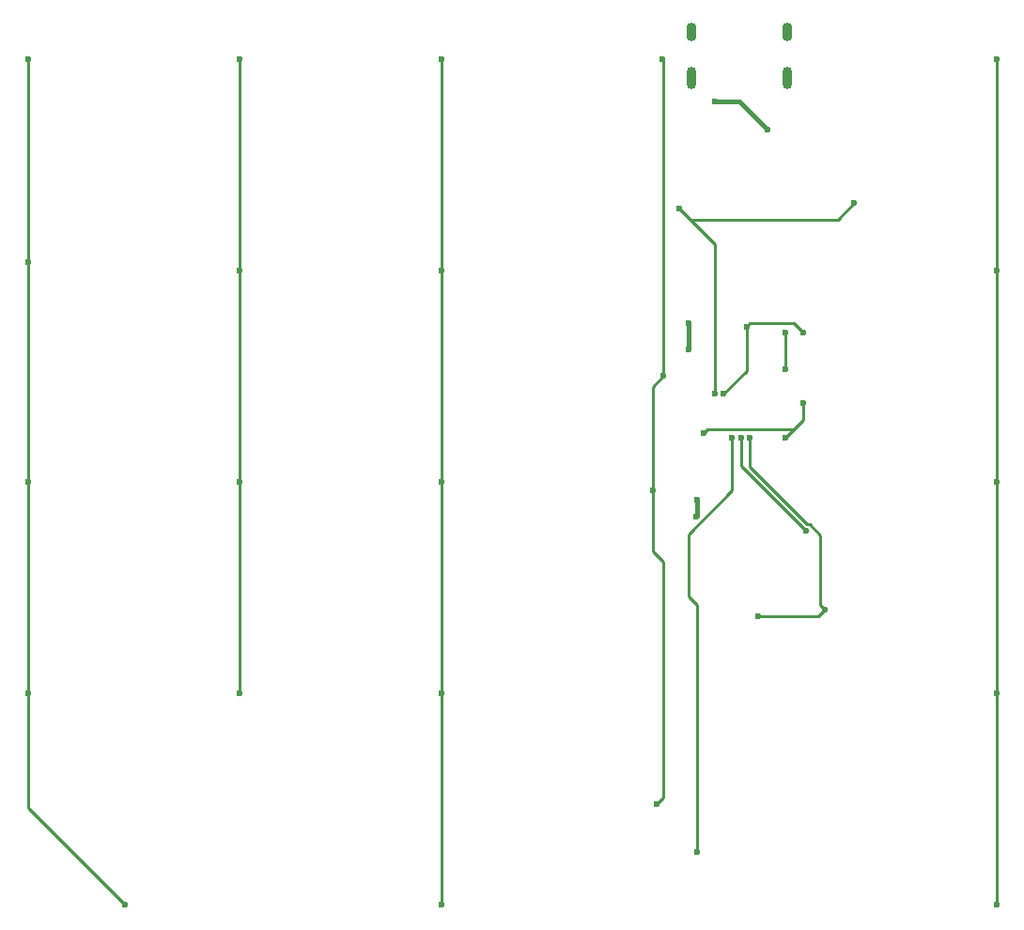
<source format=gbr>
%TF.GenerationSoftware,KiCad,Pcbnew,8.0.6*%
%TF.CreationDate,2024-11-23T01:04:23-05:00*%
%TF.ProjectId,keyboard,6b657962-6f61-4726-942e-6b696361645f,rev?*%
%TF.SameCoordinates,Original*%
%TF.FileFunction,Copper,L1,Top*%
%TF.FilePolarity,Positive*%
%FSLAX46Y46*%
G04 Gerber Fmt 4.6, Leading zero omitted, Abs format (unit mm)*
G04 Created by KiCad (PCBNEW 8.0.6) date 2024-11-23 01:04:23*
%MOMM*%
%LPD*%
G01*
G04 APERTURE LIST*
%TA.AperFunction,ComponentPad*%
%ADD10O,0.900000X1.700000*%
%TD*%
%TA.AperFunction,ComponentPad*%
%ADD11O,0.900000X2.000000*%
%TD*%
%TA.AperFunction,ViaPad*%
%ADD12C,0.600000*%
%TD*%
%TA.AperFunction,Conductor*%
%ADD13C,0.254000*%
%TD*%
%TA.AperFunction,Conductor*%
%ADD14C,0.381000*%
%TD*%
G04 APERTURE END LIST*
D10*
%TO.P,J2,S4,SHIELD*%
%TO.N,GND*%
X245462500Y-61837500D03*
%TO.P,J2,S3,SHIELD*%
X236812500Y-61837500D03*
D11*
%TO.P,J2,S2,SHIELD*%
X245462500Y-66007500D03*
%TO.P,J2,S1,SHIELD*%
X236812500Y-66007500D03*
%TD*%
D12*
%TO.N,X0*%
X251500000Y-77250000D03*
%TO.N,GND*%
X236537500Y-88106250D03*
%TO.N,VCC*%
X243681250Y-70643750D03*
X238918750Y-68099998D03*
%TO.N,Y3*%
X233362500Y-103187500D03*
%TO.N,GND*%
X237284769Y-105522269D03*
X237331250Y-103981250D03*
%TO.N,X4*%
X240493744Y-98425000D03*
X237331250Y-135750000D03*
%TO.N,X3*%
X241293747Y-98425000D03*
X247189106Y-106823394D03*
%TO.N,X2*%
X242093750Y-98425000D03*
X242824524Y-114479605D03*
X248840625Y-113903125D03*
%TO.N,X1*%
X239718753Y-94456250D03*
%TO.N,X0*%
X238918750Y-94456250D03*
%TO.N,GND*%
X236537500Y-90487500D03*
%TO.N,Y4*%
X264318750Y-83343750D03*
X264318750Y-102393750D03*
X264318750Y-121443750D03*
X264318750Y-140493750D03*
X264318750Y-64293750D03*
%TO.N,Y3*%
X234311000Y-92868750D03*
X233687500Y-131437500D03*
X234156250Y-64293750D03*
%TO.N,Y2*%
X214312500Y-83343750D03*
X214312500Y-102393750D03*
X214312500Y-121443750D03*
X214312500Y-140493750D03*
X214312500Y-64293750D03*
%TO.N,Y1*%
X196056250Y-83343750D03*
X196056250Y-102393750D03*
X196056250Y-121443750D03*
X196056250Y-64293750D03*
%TO.N,Y0*%
X177006250Y-102393750D03*
X177006250Y-121443750D03*
X185737500Y-140493750D03*
X177006250Y-64293750D03*
%TO.N,X0*%
X235743750Y-77787500D03*
%TO.N,X1*%
X246856250Y-88900000D03*
X241786858Y-88413142D03*
%TO.N,+5V*%
X237896466Y-97972732D03*
X245268750Y-98425000D03*
X246856250Y-95250000D03*
X245268750Y-92268750D03*
X245268750Y-88900000D03*
%TO.N,Y0*%
X177006250Y-82550000D03*
%TD*%
D13*
%TO.N,X0*%
X250000000Y-78750000D02*
X236706250Y-78750000D01*
X251500000Y-77250000D02*
X250000000Y-78750000D01*
%TO.N,Y3*%
X234311000Y-109575580D02*
X233362500Y-108627080D01*
X233362500Y-108627080D02*
X233362500Y-103187500D01*
X234311000Y-130814000D02*
X234311000Y-109575580D01*
X233687500Y-131437500D02*
X234311000Y-130814000D01*
%TO.N,X4*%
X240493744Y-103200006D02*
X240493744Y-98425000D01*
X236537500Y-112712500D02*
X236537500Y-107156250D01*
X237331250Y-135750000D02*
X237331250Y-113506250D01*
X237331250Y-113506250D02*
X236537500Y-112712500D01*
X236537500Y-107156250D02*
X240493744Y-103200006D01*
%TO.N,+5V*%
X245268750Y-88900000D02*
X245268750Y-92268750D01*
D14*
%TO.N,GND*%
X236537500Y-88106250D02*
X236537500Y-90487500D01*
%TO.N,VCC*%
X241137498Y-68099998D02*
X243681250Y-70643750D01*
X238918750Y-68099998D02*
X241137498Y-68099998D01*
D13*
%TO.N,X2*%
X248264145Y-114479605D02*
X242824524Y-114479605D01*
X248840625Y-113903125D02*
X248264145Y-114479605D01*
X242093750Y-101085986D02*
X242093750Y-98425000D01*
X247204158Y-106196394D02*
X242093750Y-101085986D01*
X248443750Y-113506250D02*
X248443750Y-107191326D01*
X247448818Y-106196394D02*
X247204158Y-106196394D01*
X248443750Y-107191326D02*
X247448818Y-106196394D01*
X248840625Y-113903125D02*
X248443750Y-113506250D01*
%TO.N,Y3*%
X233362500Y-93817250D02*
X233362500Y-103187500D01*
X234311000Y-92868750D02*
X233362500Y-93817250D01*
D14*
%TO.N,GND*%
X237331250Y-105475788D02*
X237284769Y-105522269D01*
X237331250Y-103981250D02*
X237331250Y-105475788D01*
D13*
%TO.N,+5V*%
X238237948Y-97631250D02*
X237896466Y-97972732D01*
X246062500Y-97631250D02*
X238237948Y-97631250D01*
%TO.N,X3*%
X241293747Y-100928035D02*
X241293747Y-98425000D01*
X247189106Y-106823394D02*
X241293747Y-100928035D01*
%TO.N,X1*%
X241786858Y-92388145D02*
X239718753Y-94456250D01*
X241786858Y-88413142D02*
X241786858Y-92388145D01*
X246062500Y-88106250D02*
X246856250Y-88900000D01*
X241786858Y-88413142D02*
X242093750Y-88106250D01*
X242093750Y-88106250D02*
X246062500Y-88106250D01*
%TO.N,Y4*%
X264318750Y-83343750D02*
X264318750Y-102393750D01*
X264318750Y-64293750D02*
X264318750Y-83343750D01*
X264318750Y-102393750D02*
X264318750Y-121443750D01*
X264318750Y-121443750D02*
X264318750Y-140493750D01*
%TO.N,Y3*%
X234311000Y-64448500D02*
X234311000Y-92868750D01*
X234156250Y-64293750D02*
X234311000Y-64448500D01*
%TO.N,Y2*%
X214312500Y-83343750D02*
X214312500Y-102393750D01*
X214312500Y-64293750D02*
X214312500Y-83343750D01*
X214312500Y-102393750D02*
X214312500Y-121443750D01*
X214312500Y-121443750D02*
X214312500Y-140493750D01*
%TO.N,Y1*%
X196056250Y-83343750D02*
X196056250Y-102393750D01*
X196056250Y-64293750D02*
X196056250Y-83343750D01*
X196056250Y-102393750D02*
X196056250Y-121443750D01*
%TO.N,Y0*%
X177006250Y-102393750D02*
X177006250Y-121443750D01*
X177006250Y-121443750D02*
X177006250Y-131762500D01*
X177006250Y-131762500D02*
X185737500Y-140493750D01*
%TO.N,+5V*%
X246062500Y-97631250D02*
X245268750Y-98425000D01*
X246856250Y-96837500D02*
X246062500Y-97631250D01*
X246856250Y-95250000D02*
X246856250Y-96837500D01*
%TO.N,Y0*%
X177006250Y-64293750D02*
X177006250Y-82550000D01*
X177006250Y-82550000D02*
X177006250Y-102393750D01*
%TO.N,X0*%
X238918750Y-80962500D02*
X238918750Y-94456250D01*
X235743750Y-77787500D02*
X236706250Y-78750000D01*
X235743750Y-77787500D02*
X238918750Y-80962500D01*
%TD*%
M02*

</source>
